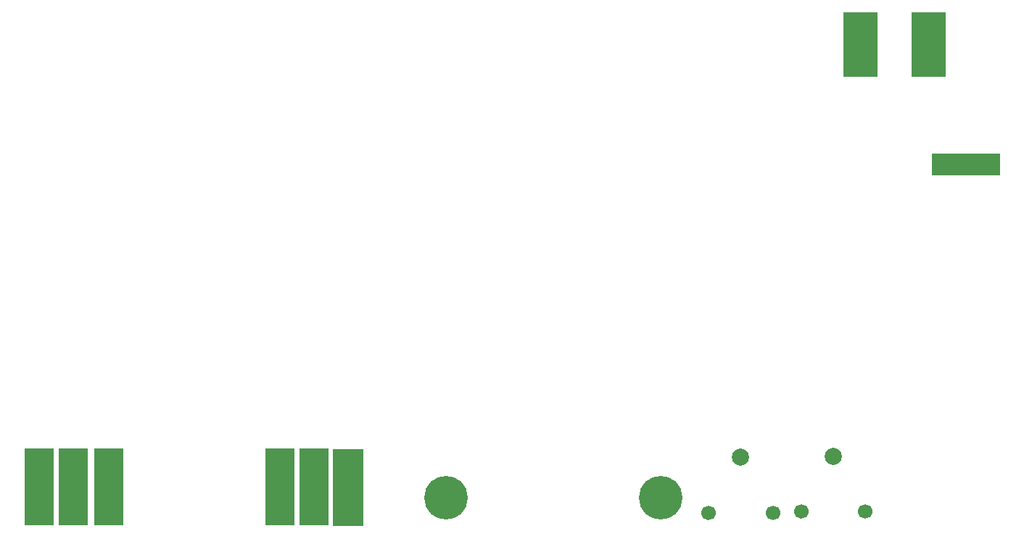
<source format=gtp>
G04 MADE WITH FRITZING*
G04 WWW.FRITZING.ORG*
G04 DOUBLE SIDED*
G04 HOLES PLATED*
G04 CONTOUR ON CENTER OF CONTOUR VECTOR*
%ASAXBY*%
%FSLAX23Y23*%
%MOIN*%
%OFA0B0*%
%SFA1.0B1.0*%
%ADD10C,0.200000*%
%ADD11C,0.066917*%
%ADD12C,0.066944*%
%ADD13C,0.078750*%
%ADD14R,0.314961X0.098425*%
%ADD15R,0.137796X0.355556*%
%ADD16R,0.001000X0.001000*%
%LNPASTEMASK1*%
G90*
G70*
G54D10*
X3374Y131D03*
X2389Y131D03*
X3374Y131D03*
X2389Y131D03*
G54D11*
X4317Y67D03*
G54D12*
X4022Y67D03*
G54D13*
X4169Y322D03*
G54D11*
X3891Y61D03*
G54D12*
X3596Y61D03*
G54D13*
X3743Y317D03*
G54D14*
X4778Y1665D03*
G54D15*
X839Y180D03*
X520Y180D03*
X1624Y181D03*
X677Y180D03*
X1782Y181D03*
G54D16*
X4215Y2362D02*
X4371Y2362D01*
X4530Y2362D02*
X4686Y2362D01*
X4215Y2361D02*
X4371Y2361D01*
X4530Y2361D02*
X4686Y2361D01*
X4215Y2360D02*
X4371Y2360D01*
X4530Y2360D02*
X4686Y2360D01*
X4215Y2359D02*
X4371Y2359D01*
X4530Y2359D02*
X4686Y2359D01*
X4215Y2358D02*
X4371Y2358D01*
X4530Y2358D02*
X4686Y2358D01*
X4215Y2357D02*
X4371Y2357D01*
X4530Y2357D02*
X4686Y2357D01*
X4215Y2356D02*
X4371Y2356D01*
X4530Y2356D02*
X4686Y2356D01*
X4215Y2355D02*
X4371Y2355D01*
X4530Y2355D02*
X4686Y2355D01*
X4215Y2354D02*
X4371Y2354D01*
X4530Y2354D02*
X4686Y2354D01*
X4215Y2353D02*
X4371Y2353D01*
X4530Y2353D02*
X4686Y2353D01*
X4215Y2352D02*
X4371Y2352D01*
X4530Y2352D02*
X4686Y2352D01*
X4215Y2351D02*
X4371Y2351D01*
X4530Y2351D02*
X4686Y2351D01*
X4215Y2350D02*
X4371Y2350D01*
X4530Y2350D02*
X4686Y2350D01*
X4215Y2349D02*
X4371Y2349D01*
X4530Y2349D02*
X4686Y2349D01*
X4215Y2348D02*
X4371Y2348D01*
X4530Y2348D02*
X4686Y2348D01*
X4215Y2347D02*
X4371Y2347D01*
X4530Y2347D02*
X4686Y2347D01*
X4215Y2346D02*
X4371Y2346D01*
X4530Y2346D02*
X4686Y2346D01*
X4215Y2345D02*
X4371Y2345D01*
X4530Y2345D02*
X4686Y2345D01*
X4215Y2344D02*
X4371Y2344D01*
X4530Y2344D02*
X4686Y2344D01*
X4215Y2343D02*
X4371Y2343D01*
X4530Y2343D02*
X4686Y2343D01*
X4215Y2342D02*
X4371Y2342D01*
X4530Y2342D02*
X4686Y2342D01*
X4215Y2341D02*
X4371Y2341D01*
X4530Y2341D02*
X4686Y2341D01*
X4215Y2340D02*
X4371Y2340D01*
X4530Y2340D02*
X4686Y2340D01*
X4215Y2339D02*
X4371Y2339D01*
X4530Y2339D02*
X4686Y2339D01*
X4215Y2338D02*
X4371Y2338D01*
X4530Y2338D02*
X4686Y2338D01*
X4215Y2337D02*
X4371Y2337D01*
X4530Y2337D02*
X4686Y2337D01*
X4215Y2336D02*
X4371Y2336D01*
X4530Y2336D02*
X4686Y2336D01*
X4215Y2335D02*
X4371Y2335D01*
X4530Y2335D02*
X4686Y2335D01*
X4215Y2334D02*
X4371Y2334D01*
X4530Y2334D02*
X4686Y2334D01*
X4215Y2333D02*
X4371Y2333D01*
X4530Y2333D02*
X4686Y2333D01*
X4215Y2332D02*
X4371Y2332D01*
X4530Y2332D02*
X4686Y2332D01*
X4215Y2331D02*
X4371Y2331D01*
X4530Y2331D02*
X4686Y2331D01*
X4215Y2330D02*
X4371Y2330D01*
X4530Y2330D02*
X4686Y2330D01*
X4215Y2329D02*
X4371Y2329D01*
X4530Y2329D02*
X4686Y2329D01*
X4215Y2328D02*
X4371Y2328D01*
X4530Y2328D02*
X4686Y2328D01*
X4215Y2327D02*
X4371Y2327D01*
X4530Y2327D02*
X4686Y2327D01*
X4215Y2326D02*
X4371Y2326D01*
X4530Y2326D02*
X4686Y2326D01*
X4215Y2325D02*
X4371Y2325D01*
X4530Y2325D02*
X4686Y2325D01*
X4215Y2324D02*
X4371Y2324D01*
X4530Y2324D02*
X4686Y2324D01*
X4215Y2323D02*
X4371Y2323D01*
X4530Y2323D02*
X4686Y2323D01*
X4215Y2322D02*
X4371Y2322D01*
X4530Y2322D02*
X4686Y2322D01*
X4215Y2321D02*
X4371Y2321D01*
X4530Y2321D02*
X4686Y2321D01*
X4215Y2320D02*
X4371Y2320D01*
X4530Y2320D02*
X4686Y2320D01*
X4215Y2319D02*
X4371Y2319D01*
X4530Y2319D02*
X4686Y2319D01*
X4215Y2318D02*
X4371Y2318D01*
X4530Y2318D02*
X4686Y2318D01*
X4215Y2317D02*
X4371Y2317D01*
X4530Y2317D02*
X4686Y2317D01*
X4215Y2316D02*
X4371Y2316D01*
X4530Y2316D02*
X4686Y2316D01*
X4215Y2315D02*
X4371Y2315D01*
X4530Y2315D02*
X4686Y2315D01*
X4215Y2314D02*
X4371Y2314D01*
X4530Y2314D02*
X4686Y2314D01*
X4215Y2313D02*
X4371Y2313D01*
X4530Y2313D02*
X4686Y2313D01*
X4215Y2312D02*
X4371Y2312D01*
X4530Y2312D02*
X4686Y2312D01*
X4215Y2311D02*
X4371Y2311D01*
X4530Y2311D02*
X4686Y2311D01*
X4215Y2310D02*
X4371Y2310D01*
X4530Y2310D02*
X4686Y2310D01*
X4215Y2309D02*
X4371Y2309D01*
X4530Y2309D02*
X4686Y2309D01*
X4215Y2308D02*
X4371Y2308D01*
X4530Y2308D02*
X4686Y2308D01*
X4215Y2307D02*
X4371Y2307D01*
X4530Y2307D02*
X4686Y2307D01*
X4215Y2306D02*
X4371Y2306D01*
X4530Y2306D02*
X4686Y2306D01*
X4215Y2305D02*
X4371Y2305D01*
X4530Y2305D02*
X4686Y2305D01*
X4215Y2304D02*
X4371Y2304D01*
X4530Y2304D02*
X4686Y2304D01*
X4215Y2303D02*
X4371Y2303D01*
X4530Y2303D02*
X4686Y2303D01*
X4215Y2302D02*
X4371Y2302D01*
X4530Y2302D02*
X4686Y2302D01*
X4215Y2301D02*
X4371Y2301D01*
X4530Y2301D02*
X4686Y2301D01*
X4215Y2300D02*
X4371Y2300D01*
X4530Y2300D02*
X4686Y2300D01*
X4215Y2299D02*
X4371Y2299D01*
X4530Y2299D02*
X4686Y2299D01*
X4215Y2298D02*
X4371Y2298D01*
X4530Y2298D02*
X4686Y2298D01*
X4215Y2297D02*
X4371Y2297D01*
X4530Y2297D02*
X4686Y2297D01*
X4215Y2296D02*
X4371Y2296D01*
X4530Y2296D02*
X4686Y2296D01*
X4215Y2295D02*
X4371Y2295D01*
X4530Y2295D02*
X4686Y2295D01*
X4215Y2294D02*
X4371Y2294D01*
X4530Y2294D02*
X4686Y2294D01*
X4215Y2293D02*
X4371Y2293D01*
X4530Y2293D02*
X4686Y2293D01*
X4215Y2292D02*
X4371Y2292D01*
X4530Y2292D02*
X4686Y2292D01*
X4215Y2291D02*
X4371Y2291D01*
X4530Y2291D02*
X4686Y2291D01*
X4215Y2290D02*
X4371Y2290D01*
X4530Y2290D02*
X4686Y2290D01*
X4215Y2289D02*
X4371Y2289D01*
X4530Y2289D02*
X4686Y2289D01*
X4215Y2288D02*
X4371Y2288D01*
X4530Y2288D02*
X4686Y2288D01*
X4215Y2287D02*
X4371Y2287D01*
X4530Y2287D02*
X4686Y2287D01*
X4215Y2286D02*
X4371Y2286D01*
X4530Y2286D02*
X4686Y2286D01*
X4215Y2285D02*
X4371Y2285D01*
X4530Y2285D02*
X4686Y2285D01*
X4215Y2284D02*
X4371Y2284D01*
X4530Y2284D02*
X4686Y2284D01*
X4215Y2283D02*
X4371Y2283D01*
X4530Y2283D02*
X4686Y2283D01*
X4215Y2282D02*
X4371Y2282D01*
X4530Y2282D02*
X4686Y2282D01*
X4215Y2281D02*
X4371Y2281D01*
X4530Y2281D02*
X4686Y2281D01*
X4215Y2280D02*
X4371Y2280D01*
X4530Y2280D02*
X4686Y2280D01*
X4215Y2279D02*
X4371Y2279D01*
X4530Y2279D02*
X4686Y2279D01*
X4215Y2278D02*
X4371Y2278D01*
X4530Y2278D02*
X4686Y2278D01*
X4215Y2277D02*
X4371Y2277D01*
X4530Y2277D02*
X4686Y2277D01*
X4215Y2276D02*
X4371Y2276D01*
X4530Y2276D02*
X4686Y2276D01*
X4215Y2275D02*
X4371Y2275D01*
X4530Y2275D02*
X4686Y2275D01*
X4215Y2274D02*
X4371Y2274D01*
X4530Y2274D02*
X4686Y2274D01*
X4215Y2273D02*
X4371Y2273D01*
X4530Y2273D02*
X4686Y2273D01*
X4215Y2272D02*
X4371Y2272D01*
X4530Y2272D02*
X4686Y2272D01*
X4215Y2271D02*
X4371Y2271D01*
X4530Y2271D02*
X4686Y2271D01*
X4215Y2270D02*
X4371Y2270D01*
X4530Y2270D02*
X4686Y2270D01*
X4215Y2269D02*
X4371Y2269D01*
X4530Y2269D02*
X4686Y2269D01*
X4215Y2268D02*
X4371Y2268D01*
X4530Y2268D02*
X4686Y2268D01*
X4215Y2267D02*
X4371Y2267D01*
X4530Y2267D02*
X4686Y2267D01*
X4215Y2266D02*
X4371Y2266D01*
X4530Y2266D02*
X4686Y2266D01*
X4215Y2265D02*
X4371Y2265D01*
X4530Y2265D02*
X4686Y2265D01*
X4215Y2264D02*
X4371Y2264D01*
X4530Y2264D02*
X4686Y2264D01*
X4215Y2263D02*
X4371Y2263D01*
X4530Y2263D02*
X4686Y2263D01*
X4215Y2262D02*
X4371Y2262D01*
X4530Y2262D02*
X4686Y2262D01*
X4215Y2261D02*
X4371Y2261D01*
X4530Y2261D02*
X4686Y2261D01*
X4215Y2260D02*
X4371Y2260D01*
X4530Y2260D02*
X4686Y2260D01*
X4215Y2259D02*
X4371Y2259D01*
X4530Y2259D02*
X4686Y2259D01*
X4215Y2258D02*
X4371Y2258D01*
X4530Y2258D02*
X4686Y2258D01*
X4215Y2257D02*
X4371Y2257D01*
X4530Y2257D02*
X4686Y2257D01*
X4215Y2256D02*
X4371Y2256D01*
X4530Y2256D02*
X4686Y2256D01*
X4215Y2255D02*
X4371Y2255D01*
X4530Y2255D02*
X4686Y2255D01*
X4215Y2254D02*
X4371Y2254D01*
X4530Y2254D02*
X4686Y2254D01*
X4215Y2253D02*
X4371Y2253D01*
X4530Y2253D02*
X4686Y2253D01*
X4215Y2252D02*
X4371Y2252D01*
X4530Y2252D02*
X4686Y2252D01*
X4215Y2251D02*
X4371Y2251D01*
X4530Y2251D02*
X4686Y2251D01*
X4215Y2250D02*
X4371Y2250D01*
X4530Y2250D02*
X4686Y2250D01*
X4215Y2249D02*
X4371Y2249D01*
X4530Y2249D02*
X4686Y2249D01*
X4215Y2248D02*
X4371Y2248D01*
X4530Y2248D02*
X4686Y2248D01*
X4215Y2247D02*
X4371Y2247D01*
X4530Y2247D02*
X4686Y2247D01*
X4215Y2246D02*
X4371Y2246D01*
X4530Y2246D02*
X4686Y2246D01*
X4215Y2245D02*
X4371Y2245D01*
X4530Y2245D02*
X4686Y2245D01*
X4215Y2244D02*
X4371Y2244D01*
X4530Y2244D02*
X4686Y2244D01*
X4215Y2243D02*
X4371Y2243D01*
X4530Y2243D02*
X4686Y2243D01*
X4215Y2242D02*
X4371Y2242D01*
X4530Y2242D02*
X4686Y2242D01*
X4215Y2241D02*
X4371Y2241D01*
X4530Y2241D02*
X4686Y2241D01*
X4215Y2240D02*
X4371Y2240D01*
X4530Y2240D02*
X4686Y2240D01*
X4215Y2239D02*
X4371Y2239D01*
X4530Y2239D02*
X4686Y2239D01*
X4215Y2238D02*
X4371Y2238D01*
X4530Y2238D02*
X4686Y2238D01*
X4215Y2237D02*
X4371Y2237D01*
X4530Y2237D02*
X4686Y2237D01*
X4215Y2236D02*
X4371Y2236D01*
X4530Y2236D02*
X4686Y2236D01*
X4215Y2235D02*
X4371Y2235D01*
X4530Y2235D02*
X4686Y2235D01*
X4215Y2234D02*
X4371Y2234D01*
X4530Y2234D02*
X4686Y2234D01*
X4215Y2233D02*
X4371Y2233D01*
X4530Y2233D02*
X4686Y2233D01*
X4215Y2232D02*
X4371Y2232D01*
X4530Y2232D02*
X4686Y2232D01*
X4215Y2231D02*
X4371Y2231D01*
X4530Y2231D02*
X4686Y2231D01*
X4215Y2230D02*
X4371Y2230D01*
X4530Y2230D02*
X4686Y2230D01*
X4215Y2229D02*
X4371Y2229D01*
X4530Y2229D02*
X4686Y2229D01*
X4215Y2228D02*
X4371Y2228D01*
X4530Y2228D02*
X4686Y2228D01*
X4215Y2227D02*
X4371Y2227D01*
X4530Y2227D02*
X4686Y2227D01*
X4215Y2226D02*
X4371Y2226D01*
X4530Y2226D02*
X4686Y2226D01*
X4215Y2225D02*
X4371Y2225D01*
X4530Y2225D02*
X4686Y2225D01*
X4215Y2224D02*
X4371Y2224D01*
X4530Y2224D02*
X4686Y2224D01*
X4215Y2223D02*
X4371Y2223D01*
X4530Y2223D02*
X4686Y2223D01*
X4215Y2222D02*
X4371Y2222D01*
X4530Y2222D02*
X4686Y2222D01*
X4215Y2221D02*
X4371Y2221D01*
X4530Y2221D02*
X4686Y2221D01*
X4215Y2220D02*
X4371Y2220D01*
X4530Y2220D02*
X4686Y2220D01*
X4215Y2219D02*
X4371Y2219D01*
X4530Y2219D02*
X4686Y2219D01*
X4215Y2218D02*
X4371Y2218D01*
X4530Y2218D02*
X4686Y2218D01*
X4215Y2217D02*
X4371Y2217D01*
X4530Y2217D02*
X4686Y2217D01*
X4215Y2216D02*
X4371Y2216D01*
X4530Y2216D02*
X4686Y2216D01*
X4215Y2215D02*
X4371Y2215D01*
X4530Y2215D02*
X4686Y2215D01*
X4215Y2214D02*
X4371Y2214D01*
X4530Y2214D02*
X4686Y2214D01*
X4215Y2213D02*
X4371Y2213D01*
X4530Y2213D02*
X4686Y2213D01*
X4215Y2212D02*
X4371Y2212D01*
X4530Y2212D02*
X4686Y2212D01*
X4215Y2211D02*
X4371Y2211D01*
X4530Y2211D02*
X4686Y2211D01*
X4215Y2210D02*
X4371Y2210D01*
X4530Y2210D02*
X4686Y2210D01*
X4215Y2209D02*
X4371Y2209D01*
X4530Y2209D02*
X4686Y2209D01*
X4215Y2208D02*
X4371Y2208D01*
X4530Y2208D02*
X4686Y2208D01*
X4215Y2207D02*
X4371Y2207D01*
X4530Y2207D02*
X4686Y2207D01*
X4215Y2206D02*
X4371Y2206D01*
X4530Y2206D02*
X4686Y2206D01*
X4215Y2205D02*
X4371Y2205D01*
X4530Y2205D02*
X4686Y2205D01*
X4215Y2204D02*
X4371Y2204D01*
X4530Y2204D02*
X4686Y2204D01*
X4215Y2203D02*
X4371Y2203D01*
X4530Y2203D02*
X4686Y2203D01*
X4215Y2202D02*
X4371Y2202D01*
X4530Y2202D02*
X4686Y2202D01*
X4215Y2201D02*
X4371Y2201D01*
X4530Y2201D02*
X4686Y2201D01*
X4215Y2200D02*
X4371Y2200D01*
X4530Y2200D02*
X4686Y2200D01*
X4215Y2199D02*
X4371Y2199D01*
X4530Y2199D02*
X4686Y2199D01*
X4215Y2198D02*
X4371Y2198D01*
X4530Y2198D02*
X4686Y2198D01*
X4215Y2197D02*
X4371Y2197D01*
X4530Y2197D02*
X4686Y2197D01*
X4215Y2196D02*
X4371Y2196D01*
X4530Y2196D02*
X4686Y2196D01*
X4215Y2195D02*
X4371Y2195D01*
X4530Y2195D02*
X4686Y2195D01*
X4215Y2194D02*
X4371Y2194D01*
X4530Y2194D02*
X4686Y2194D01*
X4215Y2193D02*
X4371Y2193D01*
X4530Y2193D02*
X4686Y2193D01*
X4215Y2192D02*
X4371Y2192D01*
X4530Y2192D02*
X4686Y2192D01*
X4215Y2191D02*
X4371Y2191D01*
X4530Y2191D02*
X4686Y2191D01*
X4215Y2190D02*
X4371Y2190D01*
X4530Y2190D02*
X4686Y2190D01*
X4215Y2189D02*
X4371Y2189D01*
X4530Y2189D02*
X4686Y2189D01*
X4215Y2188D02*
X4371Y2188D01*
X4530Y2188D02*
X4686Y2188D01*
X4215Y2187D02*
X4371Y2187D01*
X4530Y2187D02*
X4686Y2187D01*
X4215Y2186D02*
X4371Y2186D01*
X4530Y2186D02*
X4686Y2186D01*
X4215Y2185D02*
X4371Y2185D01*
X4530Y2185D02*
X4686Y2185D01*
X4215Y2184D02*
X4371Y2184D01*
X4530Y2184D02*
X4686Y2184D01*
X4215Y2183D02*
X4371Y2183D01*
X4530Y2183D02*
X4686Y2183D01*
X4215Y2182D02*
X4371Y2182D01*
X4530Y2182D02*
X4686Y2182D01*
X4215Y2181D02*
X4371Y2181D01*
X4530Y2181D02*
X4686Y2181D01*
X4215Y2180D02*
X4371Y2180D01*
X4530Y2180D02*
X4686Y2180D01*
X4215Y2179D02*
X4371Y2179D01*
X4530Y2179D02*
X4686Y2179D01*
X4215Y2178D02*
X4371Y2178D01*
X4530Y2178D02*
X4686Y2178D01*
X4215Y2177D02*
X4371Y2177D01*
X4530Y2177D02*
X4686Y2177D01*
X4215Y2176D02*
X4371Y2176D01*
X4530Y2176D02*
X4686Y2176D01*
X4215Y2175D02*
X4371Y2175D01*
X4530Y2175D02*
X4686Y2175D01*
X4215Y2174D02*
X4371Y2174D01*
X4530Y2174D02*
X4686Y2174D01*
X4215Y2173D02*
X4371Y2173D01*
X4530Y2173D02*
X4686Y2173D01*
X4215Y2172D02*
X4371Y2172D01*
X4530Y2172D02*
X4686Y2172D01*
X4215Y2171D02*
X4371Y2171D01*
X4530Y2171D02*
X4686Y2171D01*
X4215Y2170D02*
X4371Y2170D01*
X4530Y2170D02*
X4686Y2170D01*
X4215Y2169D02*
X4371Y2169D01*
X4530Y2169D02*
X4686Y2169D01*
X4215Y2168D02*
X4371Y2168D01*
X4530Y2168D02*
X4686Y2168D01*
X4215Y2167D02*
X4371Y2167D01*
X4530Y2167D02*
X4686Y2167D01*
X4215Y2166D02*
X4371Y2166D01*
X4530Y2166D02*
X4686Y2166D01*
X4215Y2165D02*
X4371Y2165D01*
X4530Y2165D02*
X4686Y2165D01*
X4215Y2164D02*
X4371Y2164D01*
X4530Y2164D02*
X4686Y2164D01*
X4215Y2163D02*
X4371Y2163D01*
X4530Y2163D02*
X4686Y2163D01*
X4215Y2162D02*
X4371Y2162D01*
X4530Y2162D02*
X4686Y2162D01*
X4215Y2161D02*
X4371Y2161D01*
X4530Y2161D02*
X4686Y2161D01*
X4215Y2160D02*
X4371Y2160D01*
X4530Y2160D02*
X4686Y2160D01*
X4215Y2159D02*
X4371Y2159D01*
X4530Y2159D02*
X4686Y2159D01*
X4215Y2158D02*
X4371Y2158D01*
X4530Y2158D02*
X4686Y2158D01*
X4215Y2157D02*
X4371Y2157D01*
X4530Y2157D02*
X4686Y2157D01*
X4215Y2156D02*
X4371Y2156D01*
X4530Y2156D02*
X4686Y2156D01*
X4215Y2155D02*
X4371Y2155D01*
X4530Y2155D02*
X4686Y2155D01*
X4215Y2154D02*
X4371Y2154D01*
X4530Y2154D02*
X4686Y2154D01*
X4215Y2153D02*
X4371Y2153D01*
X4530Y2153D02*
X4686Y2153D01*
X4215Y2152D02*
X4371Y2152D01*
X4530Y2152D02*
X4686Y2152D01*
X4215Y2151D02*
X4371Y2151D01*
X4530Y2151D02*
X4686Y2151D01*
X4215Y2150D02*
X4371Y2150D01*
X4530Y2150D02*
X4686Y2150D01*
X4215Y2149D02*
X4371Y2149D01*
X4530Y2149D02*
X4686Y2149D01*
X4215Y2148D02*
X4371Y2148D01*
X4530Y2148D02*
X4686Y2148D01*
X4215Y2147D02*
X4371Y2147D01*
X4530Y2147D02*
X4686Y2147D01*
X4215Y2146D02*
X4371Y2146D01*
X4530Y2146D02*
X4686Y2146D01*
X4215Y2145D02*
X4371Y2145D01*
X4530Y2145D02*
X4686Y2145D01*
X4215Y2144D02*
X4371Y2144D01*
X4530Y2144D02*
X4686Y2144D01*
X4215Y2143D02*
X4371Y2143D01*
X4530Y2143D02*
X4686Y2143D01*
X4215Y2142D02*
X4371Y2142D01*
X4530Y2142D02*
X4686Y2142D01*
X4215Y2141D02*
X4371Y2141D01*
X4530Y2141D02*
X4686Y2141D01*
X4215Y2140D02*
X4371Y2140D01*
X4530Y2140D02*
X4686Y2140D01*
X4215Y2139D02*
X4371Y2139D01*
X4530Y2139D02*
X4686Y2139D01*
X4215Y2138D02*
X4371Y2138D01*
X4530Y2138D02*
X4686Y2138D01*
X4215Y2137D02*
X4371Y2137D01*
X4530Y2137D02*
X4686Y2137D01*
X4215Y2136D02*
X4371Y2136D01*
X4530Y2136D02*
X4686Y2136D01*
X4215Y2135D02*
X4371Y2135D01*
X4530Y2135D02*
X4686Y2135D01*
X4215Y2134D02*
X4371Y2134D01*
X4530Y2134D02*
X4686Y2134D01*
X4215Y2133D02*
X4371Y2133D01*
X4530Y2133D02*
X4686Y2133D01*
X4215Y2132D02*
X4371Y2132D01*
X4530Y2132D02*
X4686Y2132D01*
X4215Y2131D02*
X4371Y2131D01*
X4530Y2131D02*
X4686Y2131D01*
X4215Y2130D02*
X4371Y2130D01*
X4530Y2130D02*
X4686Y2130D01*
X4215Y2129D02*
X4371Y2129D01*
X4530Y2129D02*
X4686Y2129D01*
X4215Y2128D02*
X4371Y2128D01*
X4530Y2128D02*
X4686Y2128D01*
X4215Y2127D02*
X4371Y2127D01*
X4530Y2127D02*
X4686Y2127D01*
X4215Y2126D02*
X4371Y2126D01*
X4530Y2126D02*
X4686Y2126D01*
X4215Y2125D02*
X4371Y2125D01*
X4530Y2125D02*
X4686Y2125D01*
X4215Y2124D02*
X4371Y2124D01*
X4530Y2124D02*
X4686Y2124D01*
X4215Y2123D02*
X4371Y2123D01*
X4530Y2123D02*
X4686Y2123D01*
X4215Y2122D02*
X4371Y2122D01*
X4530Y2122D02*
X4686Y2122D01*
X4215Y2121D02*
X4371Y2121D01*
X4530Y2121D02*
X4686Y2121D01*
X4215Y2120D02*
X4371Y2120D01*
X4530Y2120D02*
X4686Y2120D01*
X4215Y2119D02*
X4371Y2119D01*
X4530Y2119D02*
X4686Y2119D01*
X4215Y2118D02*
X4371Y2118D01*
X4530Y2118D02*
X4686Y2118D01*
X4215Y2117D02*
X4371Y2117D01*
X4530Y2117D02*
X4686Y2117D01*
X4215Y2116D02*
X4371Y2116D01*
X4530Y2116D02*
X4686Y2116D01*
X4215Y2115D02*
X4371Y2115D01*
X4530Y2115D02*
X4686Y2115D01*
X4215Y2114D02*
X4371Y2114D01*
X4530Y2114D02*
X4686Y2114D01*
X4215Y2113D02*
X4371Y2113D01*
X4530Y2113D02*
X4686Y2113D01*
X4215Y2112D02*
X4371Y2112D01*
X4530Y2112D02*
X4686Y2112D01*
X4215Y2111D02*
X4371Y2111D01*
X4530Y2111D02*
X4686Y2111D01*
X4215Y2110D02*
X4371Y2110D01*
X4530Y2110D02*
X4686Y2110D01*
X4215Y2109D02*
X4371Y2109D01*
X4530Y2109D02*
X4686Y2109D01*
X4215Y2108D02*
X4371Y2108D01*
X4530Y2108D02*
X4686Y2108D01*
X4215Y2107D02*
X4371Y2107D01*
X4530Y2107D02*
X4686Y2107D01*
X4215Y2106D02*
X4371Y2106D01*
X4530Y2106D02*
X4686Y2106D01*
X4215Y2105D02*
X4371Y2105D01*
X4530Y2105D02*
X4686Y2105D01*
X4215Y2104D02*
X4371Y2104D01*
X4530Y2104D02*
X4686Y2104D01*
X4215Y2103D02*
X4371Y2103D01*
X4530Y2103D02*
X4686Y2103D01*
X4215Y2102D02*
X4371Y2102D01*
X4530Y2102D02*
X4686Y2102D01*
X4215Y2101D02*
X4371Y2101D01*
X4530Y2101D02*
X4686Y2101D01*
X4215Y2100D02*
X4371Y2100D01*
X4530Y2100D02*
X4686Y2100D01*
X4215Y2099D02*
X4371Y2099D01*
X4530Y2099D02*
X4686Y2099D01*
X4215Y2098D02*
X4371Y2098D01*
X4530Y2098D02*
X4686Y2098D01*
X4215Y2097D02*
X4371Y2097D01*
X4530Y2097D02*
X4686Y2097D01*
X4215Y2096D02*
X4371Y2096D01*
X4530Y2096D02*
X4686Y2096D01*
X4215Y2095D02*
X4371Y2095D01*
X4530Y2095D02*
X4686Y2095D01*
X4215Y2094D02*
X4371Y2094D01*
X4530Y2094D02*
X4686Y2094D01*
X4215Y2093D02*
X4371Y2093D01*
X4530Y2093D02*
X4686Y2093D01*
X4215Y2092D02*
X4371Y2092D01*
X4530Y2092D02*
X4686Y2092D01*
X4215Y2091D02*
X4371Y2091D01*
X4530Y2091D02*
X4686Y2091D01*
X4215Y2090D02*
X4371Y2090D01*
X4530Y2090D02*
X4686Y2090D01*
X4215Y2089D02*
X4371Y2089D01*
X4530Y2089D02*
X4686Y2089D01*
X4215Y2088D02*
X4371Y2088D01*
X4530Y2088D02*
X4686Y2088D01*
X4215Y2087D02*
X4371Y2087D01*
X4530Y2087D02*
X4686Y2087D01*
X4215Y2086D02*
X4371Y2086D01*
X4530Y2086D02*
X4686Y2086D01*
X4215Y2085D02*
X4371Y2085D01*
X4530Y2085D02*
X4686Y2085D01*
X4215Y2084D02*
X4371Y2084D01*
X4530Y2084D02*
X4686Y2084D01*
X4215Y2083D02*
X4371Y2083D01*
X4530Y2083D02*
X4686Y2083D01*
X4215Y2082D02*
X4371Y2082D01*
X4530Y2082D02*
X4686Y2082D01*
X4215Y2081D02*
X4371Y2081D01*
X4530Y2081D02*
X4686Y2081D01*
X4215Y2080D02*
X4371Y2080D01*
X4530Y2080D02*
X4686Y2080D01*
X4215Y2079D02*
X4371Y2079D01*
X4530Y2079D02*
X4686Y2079D01*
X4215Y2078D02*
X4371Y2078D01*
X4530Y2078D02*
X4686Y2078D01*
X4215Y2077D02*
X4371Y2077D01*
X4530Y2077D02*
X4686Y2077D01*
X4215Y2076D02*
X4371Y2076D01*
X4530Y2076D02*
X4686Y2076D01*
X4215Y2075D02*
X4371Y2075D01*
X4530Y2075D02*
X4686Y2075D01*
X4215Y2074D02*
X4371Y2074D01*
X4530Y2074D02*
X4686Y2074D01*
X4215Y2073D02*
X4371Y2073D01*
X4530Y2073D02*
X4686Y2073D01*
X4215Y2072D02*
X4371Y2072D01*
X4530Y2072D02*
X4686Y2072D01*
X4215Y2071D02*
X4371Y2071D01*
X4530Y2071D02*
X4686Y2071D01*
X4215Y2070D02*
X4371Y2070D01*
X4530Y2070D02*
X4686Y2070D01*
X4215Y2069D02*
X4371Y2069D01*
X4530Y2069D02*
X4686Y2069D01*
X4215Y2068D02*
X4371Y2068D01*
X4530Y2068D02*
X4686Y2068D01*
X4215Y2067D02*
X4371Y2067D01*
X4530Y2067D02*
X4686Y2067D01*
X1871Y354D02*
X2008Y354D01*
X1871Y353D02*
X2008Y353D01*
X1871Y352D02*
X2008Y352D01*
X1871Y351D02*
X2008Y351D01*
X1871Y350D02*
X2008Y350D01*
X1871Y349D02*
X2008Y349D01*
X1871Y348D02*
X2008Y348D01*
X1871Y347D02*
X2008Y347D01*
X1871Y346D02*
X2008Y346D01*
X1871Y345D02*
X2008Y345D01*
X1871Y344D02*
X2008Y344D01*
X1871Y343D02*
X2008Y343D01*
X1871Y342D02*
X2008Y342D01*
X1871Y341D02*
X2008Y341D01*
X1871Y340D02*
X2008Y340D01*
X1871Y339D02*
X2008Y339D01*
X1871Y338D02*
X2008Y338D01*
X1871Y337D02*
X2008Y337D01*
X1871Y336D02*
X2008Y336D01*
X1871Y335D02*
X2008Y335D01*
X1871Y334D02*
X2008Y334D01*
X1871Y333D02*
X2008Y333D01*
X1871Y332D02*
X2008Y332D01*
X1871Y331D02*
X2008Y331D01*
X1871Y330D02*
X2008Y330D01*
X1871Y329D02*
X2008Y329D01*
X1871Y328D02*
X2008Y328D01*
X1871Y327D02*
X2008Y327D01*
X1871Y326D02*
X2008Y326D01*
X1871Y325D02*
X2008Y325D01*
X1871Y324D02*
X2008Y324D01*
X1871Y323D02*
X2008Y323D01*
X1871Y322D02*
X2008Y322D01*
X1871Y321D02*
X2008Y321D01*
X1871Y320D02*
X2008Y320D01*
X1871Y319D02*
X2008Y319D01*
X1871Y318D02*
X2008Y318D01*
X1871Y317D02*
X2008Y317D01*
X1871Y316D02*
X2008Y316D01*
X1871Y315D02*
X2008Y315D01*
X1871Y314D02*
X2008Y314D01*
X1871Y313D02*
X2008Y313D01*
X1871Y312D02*
X2008Y312D01*
X1871Y311D02*
X2008Y311D01*
X1871Y310D02*
X2008Y310D01*
X1871Y309D02*
X2008Y309D01*
X1871Y308D02*
X2008Y308D01*
X1871Y307D02*
X2008Y307D01*
X1871Y306D02*
X2008Y306D01*
X1871Y305D02*
X2008Y305D01*
X1871Y304D02*
X2008Y304D01*
X1871Y303D02*
X2008Y303D01*
X1871Y302D02*
X2008Y302D01*
X1871Y301D02*
X2008Y301D01*
X1871Y300D02*
X2008Y300D01*
X1871Y299D02*
X2008Y299D01*
X1871Y298D02*
X2008Y298D01*
X1871Y297D02*
X2008Y297D01*
X1871Y296D02*
X2008Y296D01*
X1871Y295D02*
X2008Y295D01*
X1871Y294D02*
X2008Y294D01*
X1871Y293D02*
X2008Y293D01*
X1871Y292D02*
X2008Y292D01*
X1871Y291D02*
X2008Y291D01*
X1871Y290D02*
X2008Y290D01*
X1871Y289D02*
X2008Y289D01*
X1871Y288D02*
X2008Y288D01*
X1871Y287D02*
X2008Y287D01*
X1871Y286D02*
X2008Y286D01*
X1871Y285D02*
X2008Y285D01*
X1871Y284D02*
X2008Y284D01*
X1871Y283D02*
X2008Y283D01*
X1871Y282D02*
X2008Y282D01*
X1871Y281D02*
X2008Y281D01*
X1871Y280D02*
X2008Y280D01*
X1871Y279D02*
X2008Y279D01*
X1871Y278D02*
X2008Y278D01*
X1871Y277D02*
X2008Y277D01*
X1871Y276D02*
X2008Y276D01*
X1871Y275D02*
X2008Y275D01*
X1871Y274D02*
X2008Y274D01*
X1871Y273D02*
X2008Y273D01*
X1871Y272D02*
X2008Y272D01*
X1871Y271D02*
X2008Y271D01*
X1871Y270D02*
X2008Y270D01*
X1871Y269D02*
X2008Y269D01*
X1871Y268D02*
X2008Y268D01*
X1871Y267D02*
X2008Y267D01*
X1871Y266D02*
X2008Y266D01*
X1871Y265D02*
X2008Y265D01*
X1871Y264D02*
X2008Y264D01*
X1871Y263D02*
X2008Y263D01*
X1871Y262D02*
X2008Y262D01*
X1871Y261D02*
X2008Y261D01*
X1871Y260D02*
X2008Y260D01*
X1871Y259D02*
X2008Y259D01*
X1871Y258D02*
X2008Y258D01*
X1871Y257D02*
X2008Y257D01*
X1871Y256D02*
X2008Y256D01*
X1871Y255D02*
X2008Y255D01*
X1871Y254D02*
X2008Y254D01*
X1871Y253D02*
X2008Y253D01*
X1871Y252D02*
X2008Y252D01*
X1871Y251D02*
X2008Y251D01*
X1871Y250D02*
X2008Y250D01*
X1871Y249D02*
X2008Y249D01*
X1871Y248D02*
X2008Y248D01*
X1871Y247D02*
X2008Y247D01*
X1871Y246D02*
X2008Y246D01*
X1871Y245D02*
X2008Y245D01*
X1871Y244D02*
X2008Y244D01*
X1871Y243D02*
X2008Y243D01*
X1871Y242D02*
X2008Y242D01*
X1871Y241D02*
X2008Y241D01*
X1871Y240D02*
X2008Y240D01*
X1871Y239D02*
X2008Y239D01*
X1871Y238D02*
X2008Y238D01*
X1871Y237D02*
X2008Y237D01*
X1871Y236D02*
X2008Y236D01*
X1871Y235D02*
X2008Y235D01*
X1871Y234D02*
X2008Y234D01*
X1871Y233D02*
X2008Y233D01*
X1871Y232D02*
X2008Y232D01*
X1871Y231D02*
X2008Y231D01*
X1871Y230D02*
X2008Y230D01*
X1871Y229D02*
X2008Y229D01*
X1871Y228D02*
X2008Y228D01*
X1871Y227D02*
X2008Y227D01*
X1871Y226D02*
X2008Y226D01*
X1871Y225D02*
X2008Y225D01*
X1871Y224D02*
X2008Y224D01*
X1871Y223D02*
X2008Y223D01*
X1871Y222D02*
X2008Y222D01*
X1871Y221D02*
X2008Y221D01*
X1871Y220D02*
X2008Y220D01*
X1871Y219D02*
X2008Y219D01*
X1871Y218D02*
X2008Y218D01*
X1871Y217D02*
X2008Y217D01*
X1871Y216D02*
X2008Y216D01*
X1871Y215D02*
X2008Y215D01*
X1871Y214D02*
X2008Y214D01*
X1871Y213D02*
X2008Y213D01*
X1871Y212D02*
X2008Y212D01*
X1871Y211D02*
X2008Y211D01*
X1871Y210D02*
X2008Y210D01*
X1871Y209D02*
X2008Y209D01*
X1871Y208D02*
X2008Y208D01*
X1871Y207D02*
X2008Y207D01*
X1871Y206D02*
X2008Y206D01*
X1871Y205D02*
X2008Y205D01*
X1871Y204D02*
X2008Y204D01*
X1871Y203D02*
X2008Y203D01*
X1871Y202D02*
X2008Y202D01*
X1871Y201D02*
X2008Y201D01*
X1871Y200D02*
X2008Y200D01*
X1871Y199D02*
X2008Y199D01*
X1871Y198D02*
X2008Y198D01*
X1871Y197D02*
X2008Y197D01*
X1871Y196D02*
X2008Y196D01*
X1871Y195D02*
X2008Y195D01*
X1871Y194D02*
X2008Y194D01*
X1871Y193D02*
X2008Y193D01*
X1871Y192D02*
X2008Y192D01*
X1871Y191D02*
X2008Y191D01*
X1871Y190D02*
X2008Y190D01*
X1871Y189D02*
X2008Y189D01*
X1871Y188D02*
X2008Y188D01*
X1871Y187D02*
X2008Y187D01*
X1871Y186D02*
X2008Y186D01*
X1871Y185D02*
X2008Y185D01*
X1871Y184D02*
X2008Y184D01*
X1871Y183D02*
X2008Y183D01*
X1871Y182D02*
X2008Y182D01*
X1871Y181D02*
X2008Y181D01*
X1871Y180D02*
X2008Y180D01*
X1871Y179D02*
X2008Y179D01*
X1871Y178D02*
X2008Y178D01*
X1871Y177D02*
X2008Y177D01*
X1871Y176D02*
X2008Y176D01*
X1871Y175D02*
X2008Y175D01*
X1871Y174D02*
X2008Y174D01*
X1871Y173D02*
X2008Y173D01*
X1871Y172D02*
X2008Y172D01*
X1871Y171D02*
X2008Y171D01*
X1871Y170D02*
X2008Y170D01*
X1871Y169D02*
X2008Y169D01*
X1871Y168D02*
X2008Y168D01*
X1871Y167D02*
X2008Y167D01*
X1871Y166D02*
X2008Y166D01*
X1871Y165D02*
X2008Y165D01*
X1871Y164D02*
X2008Y164D01*
X1871Y163D02*
X2008Y163D01*
X1871Y162D02*
X2008Y162D01*
X1871Y161D02*
X2008Y161D01*
X1871Y160D02*
X2008Y160D01*
X1871Y159D02*
X2008Y159D01*
X1871Y158D02*
X2008Y158D01*
X1871Y157D02*
X2008Y157D01*
X1871Y156D02*
X2008Y156D01*
X1871Y155D02*
X2008Y155D01*
X1871Y154D02*
X2008Y154D01*
X1871Y153D02*
X2008Y153D01*
X1871Y152D02*
X2008Y152D01*
X1871Y151D02*
X2008Y151D01*
X1871Y150D02*
X2008Y150D01*
X1871Y149D02*
X2008Y149D01*
X1871Y148D02*
X2008Y148D01*
X1871Y147D02*
X2008Y147D01*
X1871Y146D02*
X2008Y146D01*
X1871Y145D02*
X2008Y145D01*
X1871Y144D02*
X2008Y144D01*
X1871Y143D02*
X2008Y143D01*
X1871Y142D02*
X2008Y142D01*
X1871Y141D02*
X2008Y141D01*
X1871Y140D02*
X2008Y140D01*
X1871Y139D02*
X2008Y139D01*
X1871Y138D02*
X2008Y138D01*
X1871Y137D02*
X2008Y137D01*
X1871Y136D02*
X2008Y136D01*
X1871Y135D02*
X2008Y135D01*
X1871Y134D02*
X2008Y134D01*
X1871Y133D02*
X2008Y133D01*
X1871Y132D02*
X2008Y132D01*
X1871Y131D02*
X2008Y131D01*
X1871Y130D02*
X2008Y130D01*
X1871Y129D02*
X2008Y129D01*
X1871Y128D02*
X2008Y128D01*
X1871Y127D02*
X2008Y127D01*
X1871Y126D02*
X2008Y126D01*
X1871Y125D02*
X2008Y125D01*
X1871Y124D02*
X2008Y124D01*
X1871Y123D02*
X2008Y123D01*
X1871Y122D02*
X2008Y122D01*
X1871Y121D02*
X2008Y121D01*
X1871Y120D02*
X2008Y120D01*
X1871Y119D02*
X2008Y119D01*
X1871Y118D02*
X2008Y118D01*
X1871Y117D02*
X2008Y117D01*
X1871Y116D02*
X2008Y116D01*
X1871Y115D02*
X2008Y115D01*
X1871Y114D02*
X2008Y114D01*
X1871Y113D02*
X2008Y113D01*
X1871Y112D02*
X2008Y112D01*
X1871Y111D02*
X2008Y111D01*
X1871Y110D02*
X2008Y110D01*
X1871Y109D02*
X2008Y109D01*
X1871Y108D02*
X2008Y108D01*
X1871Y107D02*
X2008Y107D01*
X1871Y106D02*
X2008Y106D01*
X1871Y105D02*
X2008Y105D01*
X1871Y104D02*
X2008Y104D01*
X1871Y103D02*
X2008Y103D01*
X1871Y102D02*
X2008Y102D01*
X1871Y101D02*
X2008Y101D01*
X1871Y100D02*
X2008Y100D01*
X1871Y99D02*
X2008Y99D01*
X1871Y98D02*
X2008Y98D01*
X1871Y97D02*
X2008Y97D01*
X1871Y96D02*
X2008Y96D01*
X1871Y95D02*
X2008Y95D01*
X1871Y94D02*
X2008Y94D01*
X1871Y93D02*
X2008Y93D01*
X1871Y92D02*
X2008Y92D01*
X1871Y91D02*
X2008Y91D01*
X1871Y90D02*
X2008Y90D01*
X1871Y89D02*
X2008Y89D01*
X1871Y88D02*
X2008Y88D01*
X1871Y87D02*
X2008Y87D01*
X1871Y86D02*
X2008Y86D01*
X1871Y85D02*
X2008Y85D01*
X1871Y84D02*
X2008Y84D01*
X1871Y83D02*
X2008Y83D01*
X1871Y82D02*
X2008Y82D01*
X1871Y81D02*
X2008Y81D01*
X1871Y80D02*
X2008Y80D01*
X1871Y79D02*
X2008Y79D01*
X1871Y78D02*
X2008Y78D01*
X1871Y77D02*
X2008Y77D01*
X1871Y76D02*
X2008Y76D01*
X1871Y75D02*
X2008Y75D01*
X1871Y74D02*
X2008Y74D01*
X1871Y73D02*
X2008Y73D01*
X1871Y72D02*
X2008Y72D01*
X1871Y71D02*
X2008Y71D01*
X1871Y70D02*
X2008Y70D01*
X1871Y69D02*
X2008Y69D01*
X1871Y68D02*
X2008Y68D01*
X1871Y67D02*
X2008Y67D01*
X1871Y66D02*
X2008Y66D01*
X1871Y65D02*
X2008Y65D01*
X1871Y64D02*
X2008Y64D01*
X1871Y63D02*
X2008Y63D01*
X1871Y62D02*
X2008Y62D01*
X1871Y61D02*
X2008Y61D01*
X1871Y60D02*
X2008Y60D01*
X1871Y59D02*
X2008Y59D01*
X1871Y58D02*
X2008Y58D01*
X1871Y57D02*
X2008Y57D01*
X1871Y56D02*
X2008Y56D01*
X1871Y55D02*
X2008Y55D01*
X1871Y54D02*
X2008Y54D01*
X1871Y53D02*
X2008Y53D01*
X1871Y52D02*
X2008Y52D01*
X1871Y51D02*
X2008Y51D01*
X1871Y50D02*
X2008Y50D01*
X1871Y49D02*
X2008Y49D01*
X1871Y48D02*
X2008Y48D01*
X1871Y47D02*
X2008Y47D01*
X1871Y46D02*
X2008Y46D01*
X1871Y45D02*
X2008Y45D01*
X1871Y44D02*
X2008Y44D01*
X1871Y43D02*
X2008Y43D01*
X1871Y42D02*
X2008Y42D01*
X1871Y41D02*
X2008Y41D01*
X1871Y40D02*
X2008Y40D01*
X1871Y39D02*
X2008Y39D01*
X1871Y38D02*
X2008Y38D01*
X1871Y37D02*
X2008Y37D01*
X1871Y36D02*
X2008Y36D01*
X1871Y35D02*
X2008Y35D01*
X1871Y34D02*
X2008Y34D01*
X1871Y33D02*
X2008Y33D01*
X1871Y32D02*
X2008Y32D01*
X1871Y31D02*
X2008Y31D01*
X1871Y30D02*
X2008Y30D01*
X1871Y29D02*
X2008Y29D01*
X1871Y28D02*
X2008Y28D01*
X1871Y27D02*
X2008Y27D01*
X1871Y26D02*
X2008Y26D01*
X1871Y25D02*
X2008Y25D01*
X1871Y24D02*
X2008Y24D01*
X1871Y23D02*
X2008Y23D01*
X1871Y22D02*
X2008Y22D01*
X1871Y21D02*
X2008Y21D01*
X1871Y20D02*
X2008Y20D01*
X1871Y19D02*
X2008Y19D01*
X1871Y18D02*
X2008Y18D01*
X1871Y17D02*
X2008Y17D01*
X1871Y16D02*
X2008Y16D01*
X1871Y15D02*
X2008Y15D01*
X1871Y14D02*
X2008Y14D01*
X1871Y13D02*
X2008Y13D01*
X1871Y12D02*
X2008Y12D01*
X1871Y11D02*
X2008Y11D01*
X1871Y10D02*
X2008Y10D01*
X1871Y9D02*
X2008Y9D01*
X1871Y8D02*
X2008Y8D01*
X1871Y7D02*
X2008Y7D01*
X1871Y6D02*
X2008Y6D01*
X1871Y5D02*
X2008Y5D01*
X1871Y4D02*
X2008Y4D01*
X1871Y3D02*
X2008Y3D01*
X1871Y2D02*
X2008Y2D01*
X1871Y1D02*
X2008Y1D01*
X1871Y0D02*
X2008Y0D01*
D02*
G04 End of PasteMask1*
M02*
</source>
